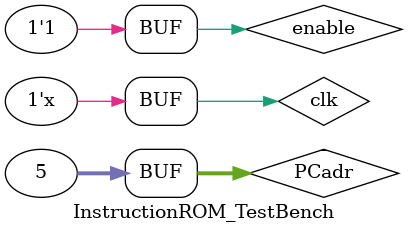
<source format=v>
`timescale 1ns / 1ps


module InstructionROM_TestBench;

	// Inputs
	reg clk;
	reg enable;
	reg [31:0] PCadr;

	// Outputs
	wire [31:0] instruction;

	// Instantiate the Unit Under Test (UUT)
	InstructionROM uut (
		.clk(clk), 
		.enable(enable), 
		.PCadr(PCadr), 
		.instruction(instruction)
	);

	initial begin
		// Initialize Inputs
		clk = 0;
		enable = 0;
		PCadr = 32'hffff_ffff;

		// Wait 100 ns for global reset to finish
		#100;
        
		// Add stimulus here

		enable = 1;
		#40
		PCadr = 32'h0;
		#40
		PCadr = 32'h1;
		#40
		PCadr = 32'h2;
		#40
		PCadr = 32'h3;
		#40
		PCadr = 32'h4;
		#40
		PCadr = 32'h5;
//				#40;
//		PCadr = 32'hffff_fffd;
//				#40;
//		PCadr = 32'hffff_fffc;
//				#40;
//		PCadr = 32'hffff_fffb;
//				#40;
//		PCadr = 32'hffff_fffa;
		
	end
	always #1 clk = ~clk;
	
endmodule


</source>
